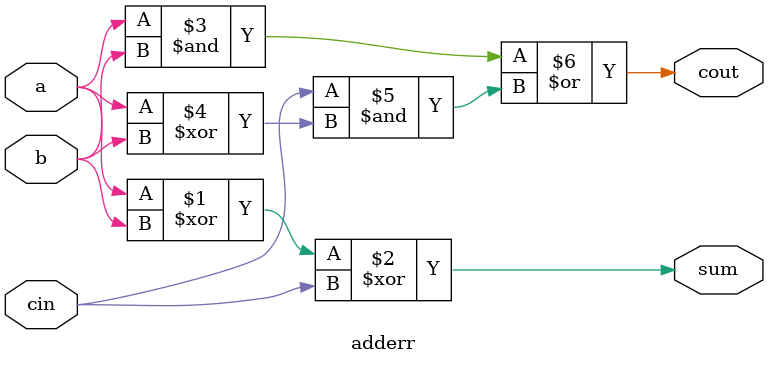
<source format=sv>
module RCA_32bit(
	input logic [31:0] A, B, 
	input logic cin,
	output logic [31:0] sum,
	output logic OF);
	logic [31:0]cout;

	adderr f(A[0], B[0], cin, sum[0], cout[0]);
	genvar i;
	generate
		for(i = 1; i < 32; i++) 
		begin: ADD
			adderr f0(A[i], B[i], cout[i-1], sum[i], cout[i]);
		end: ADD
	endgenerate
	
	assign OF = cout[30]^cout[31];
endmodule

module adderr(input logic a, b, cin, output logic sum, cout);
  	assign sum = a^b^cin;
  	assign cout = (a&b | (cin & (a^b)));
endmodule //adder
</source>
